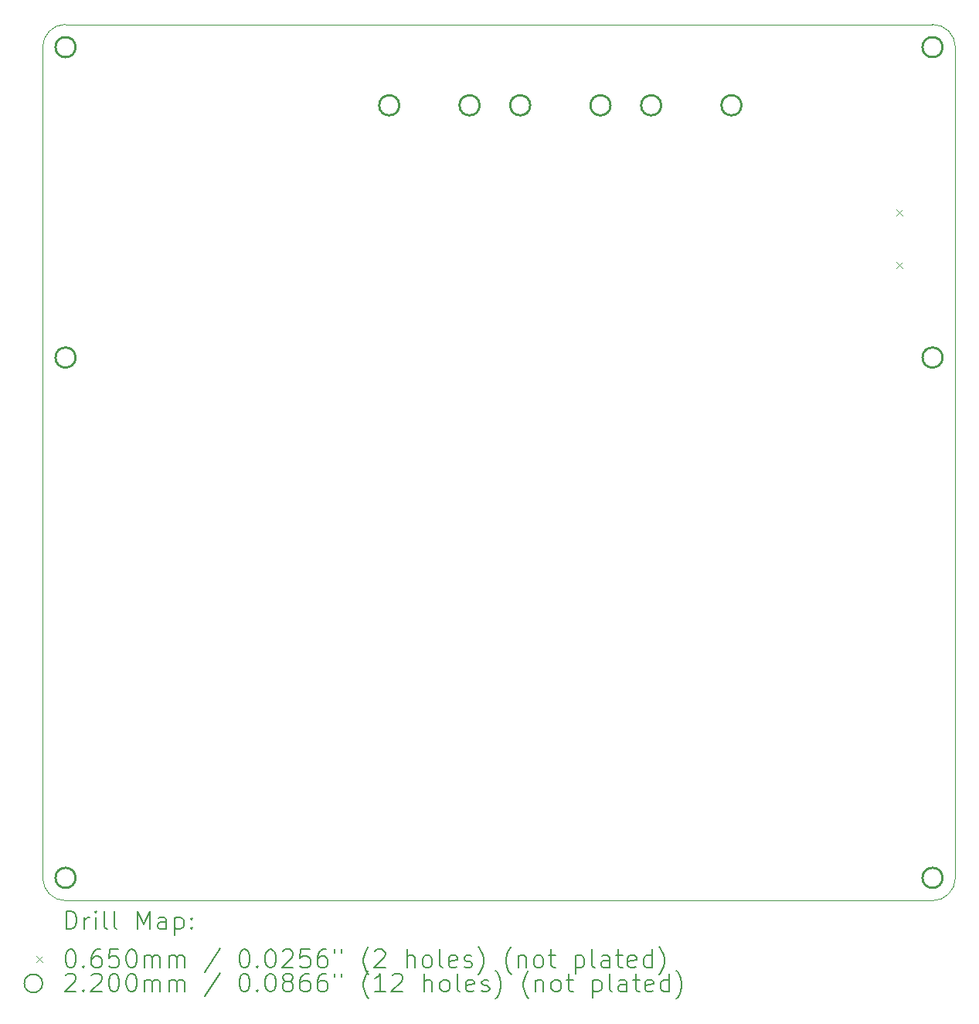
<source format=gbr>
%TF.GenerationSoftware,KiCad,Pcbnew,8.0.4*%
%TF.CreationDate,2024-08-02T19:36:39-07:00*%
%TF.ProjectId,backlight,6261636b-6c69-4676-9874-2e6b69636164,rev?*%
%TF.SameCoordinates,Original*%
%TF.FileFunction,Drillmap*%
%TF.FilePolarity,Positive*%
%FSLAX45Y45*%
G04 Gerber Fmt 4.5, Leading zero omitted, Abs format (unit mm)*
G04 Created by KiCad (PCBNEW 8.0.4) date 2024-08-02 19:36:39*
%MOMM*%
%LPD*%
G01*
G04 APERTURE LIST*
%ADD10C,0.050000*%
%ADD11C,0.200000*%
%ADD12C,0.100000*%
%ADD13C,0.220000*%
G04 APERTURE END LIST*
D10*
X8450000Y-5200000D02*
X17950000Y-5200000D01*
X17950000Y-5200000D02*
G75*
G02*
X18200000Y-5450000I0J-250000D01*
G01*
X8200000Y-5450000D02*
G75*
G02*
X8450000Y-5200000I250000J0D01*
G01*
X8450000Y-14800000D02*
G75*
G02*
X8200000Y-14550000I0J250000D01*
G01*
X8200000Y-14550000D02*
X8200000Y-5450000D01*
X17950000Y-14800000D02*
X8450000Y-14800000D01*
X18200000Y-5450000D02*
X18200000Y-14550000D01*
X18200000Y-14550000D02*
G75*
G02*
X17950000Y-14800000I-250000J0D01*
G01*
D11*
D12*
X17557000Y-7228500D02*
X17622000Y-7293500D01*
X17622000Y-7228500D02*
X17557000Y-7293500D01*
X17557000Y-7806500D02*
X17622000Y-7871500D01*
X17622000Y-7806500D02*
X17557000Y-7871500D01*
D13*
X8560000Y-5450000D02*
G75*
G02*
X8340000Y-5450000I-110000J0D01*
G01*
X8340000Y-5450000D02*
G75*
G02*
X8560000Y-5450000I110000J0D01*
G01*
X8560000Y-8850000D02*
G75*
G02*
X8340000Y-8850000I-110000J0D01*
G01*
X8340000Y-8850000D02*
G75*
G02*
X8560000Y-8850000I110000J0D01*
G01*
X8560000Y-14550000D02*
G75*
G02*
X8340000Y-14550000I-110000J0D01*
G01*
X8340000Y-14550000D02*
G75*
G02*
X8560000Y-14550000I110000J0D01*
G01*
X12106784Y-6087000D02*
G75*
G02*
X11886784Y-6087000I-110000J0D01*
G01*
X11886784Y-6087000D02*
G75*
G02*
X12106784Y-6087000I110000J0D01*
G01*
X12986784Y-6087000D02*
G75*
G02*
X12766784Y-6087000I-110000J0D01*
G01*
X12766784Y-6087000D02*
G75*
G02*
X12986784Y-6087000I110000J0D01*
G01*
X13541784Y-6087000D02*
G75*
G02*
X13321784Y-6087000I-110000J0D01*
G01*
X13321784Y-6087000D02*
G75*
G02*
X13541784Y-6087000I110000J0D01*
G01*
X14421784Y-6087000D02*
G75*
G02*
X14201784Y-6087000I-110000J0D01*
G01*
X14201784Y-6087000D02*
G75*
G02*
X14421784Y-6087000I110000J0D01*
G01*
X14976784Y-6087000D02*
G75*
G02*
X14756784Y-6087000I-110000J0D01*
G01*
X14756784Y-6087000D02*
G75*
G02*
X14976784Y-6087000I110000J0D01*
G01*
X15856784Y-6087000D02*
G75*
G02*
X15636784Y-6087000I-110000J0D01*
G01*
X15636784Y-6087000D02*
G75*
G02*
X15856784Y-6087000I110000J0D01*
G01*
X18060000Y-5450000D02*
G75*
G02*
X17840000Y-5450000I-110000J0D01*
G01*
X17840000Y-5450000D02*
G75*
G02*
X18060000Y-5450000I110000J0D01*
G01*
X18060000Y-8850000D02*
G75*
G02*
X17840000Y-8850000I-110000J0D01*
G01*
X17840000Y-8850000D02*
G75*
G02*
X18060000Y-8850000I110000J0D01*
G01*
X18060000Y-14550000D02*
G75*
G02*
X17840000Y-14550000I-110000J0D01*
G01*
X17840000Y-14550000D02*
G75*
G02*
X18060000Y-14550000I110000J0D01*
G01*
D11*
X8458277Y-15113984D02*
X8458277Y-14913984D01*
X8458277Y-14913984D02*
X8505896Y-14913984D01*
X8505896Y-14913984D02*
X8534467Y-14923508D01*
X8534467Y-14923508D02*
X8553515Y-14942555D01*
X8553515Y-14942555D02*
X8563039Y-14961603D01*
X8563039Y-14961603D02*
X8572563Y-14999698D01*
X8572563Y-14999698D02*
X8572563Y-15028269D01*
X8572563Y-15028269D02*
X8563039Y-15066365D01*
X8563039Y-15066365D02*
X8553515Y-15085412D01*
X8553515Y-15085412D02*
X8534467Y-15104460D01*
X8534467Y-15104460D02*
X8505896Y-15113984D01*
X8505896Y-15113984D02*
X8458277Y-15113984D01*
X8658277Y-15113984D02*
X8658277Y-14980650D01*
X8658277Y-15018746D02*
X8667801Y-14999698D01*
X8667801Y-14999698D02*
X8677324Y-14990174D01*
X8677324Y-14990174D02*
X8696372Y-14980650D01*
X8696372Y-14980650D02*
X8715420Y-14980650D01*
X8782086Y-15113984D02*
X8782086Y-14980650D01*
X8782086Y-14913984D02*
X8772563Y-14923508D01*
X8772563Y-14923508D02*
X8782086Y-14933031D01*
X8782086Y-14933031D02*
X8791610Y-14923508D01*
X8791610Y-14923508D02*
X8782086Y-14913984D01*
X8782086Y-14913984D02*
X8782086Y-14933031D01*
X8905896Y-15113984D02*
X8886848Y-15104460D01*
X8886848Y-15104460D02*
X8877324Y-15085412D01*
X8877324Y-15085412D02*
X8877324Y-14913984D01*
X9010658Y-15113984D02*
X8991610Y-15104460D01*
X8991610Y-15104460D02*
X8982086Y-15085412D01*
X8982086Y-15085412D02*
X8982086Y-14913984D01*
X9239229Y-15113984D02*
X9239229Y-14913984D01*
X9239229Y-14913984D02*
X9305896Y-15056841D01*
X9305896Y-15056841D02*
X9372563Y-14913984D01*
X9372563Y-14913984D02*
X9372563Y-15113984D01*
X9553515Y-15113984D02*
X9553515Y-15009222D01*
X9553515Y-15009222D02*
X9543991Y-14990174D01*
X9543991Y-14990174D02*
X9524944Y-14980650D01*
X9524944Y-14980650D02*
X9486848Y-14980650D01*
X9486848Y-14980650D02*
X9467801Y-14990174D01*
X9553515Y-15104460D02*
X9534467Y-15113984D01*
X9534467Y-15113984D02*
X9486848Y-15113984D01*
X9486848Y-15113984D02*
X9467801Y-15104460D01*
X9467801Y-15104460D02*
X9458277Y-15085412D01*
X9458277Y-15085412D02*
X9458277Y-15066365D01*
X9458277Y-15066365D02*
X9467801Y-15047317D01*
X9467801Y-15047317D02*
X9486848Y-15037793D01*
X9486848Y-15037793D02*
X9534467Y-15037793D01*
X9534467Y-15037793D02*
X9553515Y-15028269D01*
X9648753Y-14980650D02*
X9648753Y-15180650D01*
X9648753Y-14990174D02*
X9667801Y-14980650D01*
X9667801Y-14980650D02*
X9705896Y-14980650D01*
X9705896Y-14980650D02*
X9724944Y-14990174D01*
X9724944Y-14990174D02*
X9734467Y-14999698D01*
X9734467Y-14999698D02*
X9743991Y-15018746D01*
X9743991Y-15018746D02*
X9743991Y-15075888D01*
X9743991Y-15075888D02*
X9734467Y-15094936D01*
X9734467Y-15094936D02*
X9724944Y-15104460D01*
X9724944Y-15104460D02*
X9705896Y-15113984D01*
X9705896Y-15113984D02*
X9667801Y-15113984D01*
X9667801Y-15113984D02*
X9648753Y-15104460D01*
X9829705Y-15094936D02*
X9839229Y-15104460D01*
X9839229Y-15104460D02*
X9829705Y-15113984D01*
X9829705Y-15113984D02*
X9820182Y-15104460D01*
X9820182Y-15104460D02*
X9829705Y-15094936D01*
X9829705Y-15094936D02*
X9829705Y-15113984D01*
X9829705Y-14990174D02*
X9839229Y-14999698D01*
X9839229Y-14999698D02*
X9829705Y-15009222D01*
X9829705Y-15009222D02*
X9820182Y-14999698D01*
X9820182Y-14999698D02*
X9829705Y-14990174D01*
X9829705Y-14990174D02*
X9829705Y-15009222D01*
D12*
X8132500Y-15410000D02*
X8197500Y-15475000D01*
X8197500Y-15410000D02*
X8132500Y-15475000D01*
D11*
X8496372Y-15333984D02*
X8515420Y-15333984D01*
X8515420Y-15333984D02*
X8534467Y-15343508D01*
X8534467Y-15343508D02*
X8543991Y-15353031D01*
X8543991Y-15353031D02*
X8553515Y-15372079D01*
X8553515Y-15372079D02*
X8563039Y-15410174D01*
X8563039Y-15410174D02*
X8563039Y-15457793D01*
X8563039Y-15457793D02*
X8553515Y-15495888D01*
X8553515Y-15495888D02*
X8543991Y-15514936D01*
X8543991Y-15514936D02*
X8534467Y-15524460D01*
X8534467Y-15524460D02*
X8515420Y-15533984D01*
X8515420Y-15533984D02*
X8496372Y-15533984D01*
X8496372Y-15533984D02*
X8477324Y-15524460D01*
X8477324Y-15524460D02*
X8467801Y-15514936D01*
X8467801Y-15514936D02*
X8458277Y-15495888D01*
X8458277Y-15495888D02*
X8448753Y-15457793D01*
X8448753Y-15457793D02*
X8448753Y-15410174D01*
X8448753Y-15410174D02*
X8458277Y-15372079D01*
X8458277Y-15372079D02*
X8467801Y-15353031D01*
X8467801Y-15353031D02*
X8477324Y-15343508D01*
X8477324Y-15343508D02*
X8496372Y-15333984D01*
X8648753Y-15514936D02*
X8658277Y-15524460D01*
X8658277Y-15524460D02*
X8648753Y-15533984D01*
X8648753Y-15533984D02*
X8639229Y-15524460D01*
X8639229Y-15524460D02*
X8648753Y-15514936D01*
X8648753Y-15514936D02*
X8648753Y-15533984D01*
X8829705Y-15333984D02*
X8791610Y-15333984D01*
X8791610Y-15333984D02*
X8772563Y-15343508D01*
X8772563Y-15343508D02*
X8763039Y-15353031D01*
X8763039Y-15353031D02*
X8743991Y-15381603D01*
X8743991Y-15381603D02*
X8734467Y-15419698D01*
X8734467Y-15419698D02*
X8734467Y-15495888D01*
X8734467Y-15495888D02*
X8743991Y-15514936D01*
X8743991Y-15514936D02*
X8753515Y-15524460D01*
X8753515Y-15524460D02*
X8772563Y-15533984D01*
X8772563Y-15533984D02*
X8810658Y-15533984D01*
X8810658Y-15533984D02*
X8829705Y-15524460D01*
X8829705Y-15524460D02*
X8839229Y-15514936D01*
X8839229Y-15514936D02*
X8848753Y-15495888D01*
X8848753Y-15495888D02*
X8848753Y-15448269D01*
X8848753Y-15448269D02*
X8839229Y-15429222D01*
X8839229Y-15429222D02*
X8829705Y-15419698D01*
X8829705Y-15419698D02*
X8810658Y-15410174D01*
X8810658Y-15410174D02*
X8772563Y-15410174D01*
X8772563Y-15410174D02*
X8753515Y-15419698D01*
X8753515Y-15419698D02*
X8743991Y-15429222D01*
X8743991Y-15429222D02*
X8734467Y-15448269D01*
X9029705Y-15333984D02*
X8934467Y-15333984D01*
X8934467Y-15333984D02*
X8924944Y-15429222D01*
X8924944Y-15429222D02*
X8934467Y-15419698D01*
X8934467Y-15419698D02*
X8953515Y-15410174D01*
X8953515Y-15410174D02*
X9001134Y-15410174D01*
X9001134Y-15410174D02*
X9020182Y-15419698D01*
X9020182Y-15419698D02*
X9029705Y-15429222D01*
X9029705Y-15429222D02*
X9039229Y-15448269D01*
X9039229Y-15448269D02*
X9039229Y-15495888D01*
X9039229Y-15495888D02*
X9029705Y-15514936D01*
X9029705Y-15514936D02*
X9020182Y-15524460D01*
X9020182Y-15524460D02*
X9001134Y-15533984D01*
X9001134Y-15533984D02*
X8953515Y-15533984D01*
X8953515Y-15533984D02*
X8934467Y-15524460D01*
X8934467Y-15524460D02*
X8924944Y-15514936D01*
X9163039Y-15333984D02*
X9182086Y-15333984D01*
X9182086Y-15333984D02*
X9201134Y-15343508D01*
X9201134Y-15343508D02*
X9210658Y-15353031D01*
X9210658Y-15353031D02*
X9220182Y-15372079D01*
X9220182Y-15372079D02*
X9229705Y-15410174D01*
X9229705Y-15410174D02*
X9229705Y-15457793D01*
X9229705Y-15457793D02*
X9220182Y-15495888D01*
X9220182Y-15495888D02*
X9210658Y-15514936D01*
X9210658Y-15514936D02*
X9201134Y-15524460D01*
X9201134Y-15524460D02*
X9182086Y-15533984D01*
X9182086Y-15533984D02*
X9163039Y-15533984D01*
X9163039Y-15533984D02*
X9143991Y-15524460D01*
X9143991Y-15524460D02*
X9134467Y-15514936D01*
X9134467Y-15514936D02*
X9124944Y-15495888D01*
X9124944Y-15495888D02*
X9115420Y-15457793D01*
X9115420Y-15457793D02*
X9115420Y-15410174D01*
X9115420Y-15410174D02*
X9124944Y-15372079D01*
X9124944Y-15372079D02*
X9134467Y-15353031D01*
X9134467Y-15353031D02*
X9143991Y-15343508D01*
X9143991Y-15343508D02*
X9163039Y-15333984D01*
X9315420Y-15533984D02*
X9315420Y-15400650D01*
X9315420Y-15419698D02*
X9324944Y-15410174D01*
X9324944Y-15410174D02*
X9343991Y-15400650D01*
X9343991Y-15400650D02*
X9372563Y-15400650D01*
X9372563Y-15400650D02*
X9391610Y-15410174D01*
X9391610Y-15410174D02*
X9401134Y-15429222D01*
X9401134Y-15429222D02*
X9401134Y-15533984D01*
X9401134Y-15429222D02*
X9410658Y-15410174D01*
X9410658Y-15410174D02*
X9429705Y-15400650D01*
X9429705Y-15400650D02*
X9458277Y-15400650D01*
X9458277Y-15400650D02*
X9477325Y-15410174D01*
X9477325Y-15410174D02*
X9486848Y-15429222D01*
X9486848Y-15429222D02*
X9486848Y-15533984D01*
X9582086Y-15533984D02*
X9582086Y-15400650D01*
X9582086Y-15419698D02*
X9591610Y-15410174D01*
X9591610Y-15410174D02*
X9610658Y-15400650D01*
X9610658Y-15400650D02*
X9639229Y-15400650D01*
X9639229Y-15400650D02*
X9658277Y-15410174D01*
X9658277Y-15410174D02*
X9667801Y-15429222D01*
X9667801Y-15429222D02*
X9667801Y-15533984D01*
X9667801Y-15429222D02*
X9677325Y-15410174D01*
X9677325Y-15410174D02*
X9696372Y-15400650D01*
X9696372Y-15400650D02*
X9724944Y-15400650D01*
X9724944Y-15400650D02*
X9743991Y-15410174D01*
X9743991Y-15410174D02*
X9753515Y-15429222D01*
X9753515Y-15429222D02*
X9753515Y-15533984D01*
X10143991Y-15324460D02*
X9972563Y-15581603D01*
X10401134Y-15333984D02*
X10420182Y-15333984D01*
X10420182Y-15333984D02*
X10439229Y-15343508D01*
X10439229Y-15343508D02*
X10448753Y-15353031D01*
X10448753Y-15353031D02*
X10458277Y-15372079D01*
X10458277Y-15372079D02*
X10467801Y-15410174D01*
X10467801Y-15410174D02*
X10467801Y-15457793D01*
X10467801Y-15457793D02*
X10458277Y-15495888D01*
X10458277Y-15495888D02*
X10448753Y-15514936D01*
X10448753Y-15514936D02*
X10439229Y-15524460D01*
X10439229Y-15524460D02*
X10420182Y-15533984D01*
X10420182Y-15533984D02*
X10401134Y-15533984D01*
X10401134Y-15533984D02*
X10382087Y-15524460D01*
X10382087Y-15524460D02*
X10372563Y-15514936D01*
X10372563Y-15514936D02*
X10363039Y-15495888D01*
X10363039Y-15495888D02*
X10353515Y-15457793D01*
X10353515Y-15457793D02*
X10353515Y-15410174D01*
X10353515Y-15410174D02*
X10363039Y-15372079D01*
X10363039Y-15372079D02*
X10372563Y-15353031D01*
X10372563Y-15353031D02*
X10382087Y-15343508D01*
X10382087Y-15343508D02*
X10401134Y-15333984D01*
X10553515Y-15514936D02*
X10563039Y-15524460D01*
X10563039Y-15524460D02*
X10553515Y-15533984D01*
X10553515Y-15533984D02*
X10543991Y-15524460D01*
X10543991Y-15524460D02*
X10553515Y-15514936D01*
X10553515Y-15514936D02*
X10553515Y-15533984D01*
X10686848Y-15333984D02*
X10705896Y-15333984D01*
X10705896Y-15333984D02*
X10724944Y-15343508D01*
X10724944Y-15343508D02*
X10734468Y-15353031D01*
X10734468Y-15353031D02*
X10743991Y-15372079D01*
X10743991Y-15372079D02*
X10753515Y-15410174D01*
X10753515Y-15410174D02*
X10753515Y-15457793D01*
X10753515Y-15457793D02*
X10743991Y-15495888D01*
X10743991Y-15495888D02*
X10734468Y-15514936D01*
X10734468Y-15514936D02*
X10724944Y-15524460D01*
X10724944Y-15524460D02*
X10705896Y-15533984D01*
X10705896Y-15533984D02*
X10686848Y-15533984D01*
X10686848Y-15533984D02*
X10667801Y-15524460D01*
X10667801Y-15524460D02*
X10658277Y-15514936D01*
X10658277Y-15514936D02*
X10648753Y-15495888D01*
X10648753Y-15495888D02*
X10639229Y-15457793D01*
X10639229Y-15457793D02*
X10639229Y-15410174D01*
X10639229Y-15410174D02*
X10648753Y-15372079D01*
X10648753Y-15372079D02*
X10658277Y-15353031D01*
X10658277Y-15353031D02*
X10667801Y-15343508D01*
X10667801Y-15343508D02*
X10686848Y-15333984D01*
X10829706Y-15353031D02*
X10839229Y-15343508D01*
X10839229Y-15343508D02*
X10858277Y-15333984D01*
X10858277Y-15333984D02*
X10905896Y-15333984D01*
X10905896Y-15333984D02*
X10924944Y-15343508D01*
X10924944Y-15343508D02*
X10934468Y-15353031D01*
X10934468Y-15353031D02*
X10943991Y-15372079D01*
X10943991Y-15372079D02*
X10943991Y-15391127D01*
X10943991Y-15391127D02*
X10934468Y-15419698D01*
X10934468Y-15419698D02*
X10820182Y-15533984D01*
X10820182Y-15533984D02*
X10943991Y-15533984D01*
X11124944Y-15333984D02*
X11029706Y-15333984D01*
X11029706Y-15333984D02*
X11020182Y-15429222D01*
X11020182Y-15429222D02*
X11029706Y-15419698D01*
X11029706Y-15419698D02*
X11048753Y-15410174D01*
X11048753Y-15410174D02*
X11096372Y-15410174D01*
X11096372Y-15410174D02*
X11115420Y-15419698D01*
X11115420Y-15419698D02*
X11124944Y-15429222D01*
X11124944Y-15429222D02*
X11134468Y-15448269D01*
X11134468Y-15448269D02*
X11134468Y-15495888D01*
X11134468Y-15495888D02*
X11124944Y-15514936D01*
X11124944Y-15514936D02*
X11115420Y-15524460D01*
X11115420Y-15524460D02*
X11096372Y-15533984D01*
X11096372Y-15533984D02*
X11048753Y-15533984D01*
X11048753Y-15533984D02*
X11029706Y-15524460D01*
X11029706Y-15524460D02*
X11020182Y-15514936D01*
X11305896Y-15333984D02*
X11267801Y-15333984D01*
X11267801Y-15333984D02*
X11248753Y-15343508D01*
X11248753Y-15343508D02*
X11239229Y-15353031D01*
X11239229Y-15353031D02*
X11220182Y-15381603D01*
X11220182Y-15381603D02*
X11210658Y-15419698D01*
X11210658Y-15419698D02*
X11210658Y-15495888D01*
X11210658Y-15495888D02*
X11220182Y-15514936D01*
X11220182Y-15514936D02*
X11229706Y-15524460D01*
X11229706Y-15524460D02*
X11248753Y-15533984D01*
X11248753Y-15533984D02*
X11286848Y-15533984D01*
X11286848Y-15533984D02*
X11305896Y-15524460D01*
X11305896Y-15524460D02*
X11315420Y-15514936D01*
X11315420Y-15514936D02*
X11324944Y-15495888D01*
X11324944Y-15495888D02*
X11324944Y-15448269D01*
X11324944Y-15448269D02*
X11315420Y-15429222D01*
X11315420Y-15429222D02*
X11305896Y-15419698D01*
X11305896Y-15419698D02*
X11286848Y-15410174D01*
X11286848Y-15410174D02*
X11248753Y-15410174D01*
X11248753Y-15410174D02*
X11229706Y-15419698D01*
X11229706Y-15419698D02*
X11220182Y-15429222D01*
X11220182Y-15429222D02*
X11210658Y-15448269D01*
X11401134Y-15333984D02*
X11401134Y-15372079D01*
X11477325Y-15333984D02*
X11477325Y-15372079D01*
X11772563Y-15610174D02*
X11763039Y-15600650D01*
X11763039Y-15600650D02*
X11743991Y-15572079D01*
X11743991Y-15572079D02*
X11734468Y-15553031D01*
X11734468Y-15553031D02*
X11724944Y-15524460D01*
X11724944Y-15524460D02*
X11715420Y-15476841D01*
X11715420Y-15476841D02*
X11715420Y-15438746D01*
X11715420Y-15438746D02*
X11724944Y-15391127D01*
X11724944Y-15391127D02*
X11734468Y-15362555D01*
X11734468Y-15362555D02*
X11743991Y-15343508D01*
X11743991Y-15343508D02*
X11763039Y-15314936D01*
X11763039Y-15314936D02*
X11772563Y-15305412D01*
X11839229Y-15353031D02*
X11848753Y-15343508D01*
X11848753Y-15343508D02*
X11867801Y-15333984D01*
X11867801Y-15333984D02*
X11915420Y-15333984D01*
X11915420Y-15333984D02*
X11934468Y-15343508D01*
X11934468Y-15343508D02*
X11943991Y-15353031D01*
X11943991Y-15353031D02*
X11953515Y-15372079D01*
X11953515Y-15372079D02*
X11953515Y-15391127D01*
X11953515Y-15391127D02*
X11943991Y-15419698D01*
X11943991Y-15419698D02*
X11829706Y-15533984D01*
X11829706Y-15533984D02*
X11953515Y-15533984D01*
X12191610Y-15533984D02*
X12191610Y-15333984D01*
X12277325Y-15533984D02*
X12277325Y-15429222D01*
X12277325Y-15429222D02*
X12267801Y-15410174D01*
X12267801Y-15410174D02*
X12248753Y-15400650D01*
X12248753Y-15400650D02*
X12220182Y-15400650D01*
X12220182Y-15400650D02*
X12201134Y-15410174D01*
X12201134Y-15410174D02*
X12191610Y-15419698D01*
X12401134Y-15533984D02*
X12382087Y-15524460D01*
X12382087Y-15524460D02*
X12372563Y-15514936D01*
X12372563Y-15514936D02*
X12363039Y-15495888D01*
X12363039Y-15495888D02*
X12363039Y-15438746D01*
X12363039Y-15438746D02*
X12372563Y-15419698D01*
X12372563Y-15419698D02*
X12382087Y-15410174D01*
X12382087Y-15410174D02*
X12401134Y-15400650D01*
X12401134Y-15400650D02*
X12429706Y-15400650D01*
X12429706Y-15400650D02*
X12448753Y-15410174D01*
X12448753Y-15410174D02*
X12458277Y-15419698D01*
X12458277Y-15419698D02*
X12467801Y-15438746D01*
X12467801Y-15438746D02*
X12467801Y-15495888D01*
X12467801Y-15495888D02*
X12458277Y-15514936D01*
X12458277Y-15514936D02*
X12448753Y-15524460D01*
X12448753Y-15524460D02*
X12429706Y-15533984D01*
X12429706Y-15533984D02*
X12401134Y-15533984D01*
X12582087Y-15533984D02*
X12563039Y-15524460D01*
X12563039Y-15524460D02*
X12553515Y-15505412D01*
X12553515Y-15505412D02*
X12553515Y-15333984D01*
X12734468Y-15524460D02*
X12715420Y-15533984D01*
X12715420Y-15533984D02*
X12677325Y-15533984D01*
X12677325Y-15533984D02*
X12658277Y-15524460D01*
X12658277Y-15524460D02*
X12648753Y-15505412D01*
X12648753Y-15505412D02*
X12648753Y-15429222D01*
X12648753Y-15429222D02*
X12658277Y-15410174D01*
X12658277Y-15410174D02*
X12677325Y-15400650D01*
X12677325Y-15400650D02*
X12715420Y-15400650D01*
X12715420Y-15400650D02*
X12734468Y-15410174D01*
X12734468Y-15410174D02*
X12743991Y-15429222D01*
X12743991Y-15429222D02*
X12743991Y-15448269D01*
X12743991Y-15448269D02*
X12648753Y-15467317D01*
X12820182Y-15524460D02*
X12839230Y-15533984D01*
X12839230Y-15533984D02*
X12877325Y-15533984D01*
X12877325Y-15533984D02*
X12896372Y-15524460D01*
X12896372Y-15524460D02*
X12905896Y-15505412D01*
X12905896Y-15505412D02*
X12905896Y-15495888D01*
X12905896Y-15495888D02*
X12896372Y-15476841D01*
X12896372Y-15476841D02*
X12877325Y-15467317D01*
X12877325Y-15467317D02*
X12848753Y-15467317D01*
X12848753Y-15467317D02*
X12829706Y-15457793D01*
X12829706Y-15457793D02*
X12820182Y-15438746D01*
X12820182Y-15438746D02*
X12820182Y-15429222D01*
X12820182Y-15429222D02*
X12829706Y-15410174D01*
X12829706Y-15410174D02*
X12848753Y-15400650D01*
X12848753Y-15400650D02*
X12877325Y-15400650D01*
X12877325Y-15400650D02*
X12896372Y-15410174D01*
X12972563Y-15610174D02*
X12982087Y-15600650D01*
X12982087Y-15600650D02*
X13001134Y-15572079D01*
X13001134Y-15572079D02*
X13010658Y-15553031D01*
X13010658Y-15553031D02*
X13020182Y-15524460D01*
X13020182Y-15524460D02*
X13029706Y-15476841D01*
X13029706Y-15476841D02*
X13029706Y-15438746D01*
X13029706Y-15438746D02*
X13020182Y-15391127D01*
X13020182Y-15391127D02*
X13010658Y-15362555D01*
X13010658Y-15362555D02*
X13001134Y-15343508D01*
X13001134Y-15343508D02*
X12982087Y-15314936D01*
X12982087Y-15314936D02*
X12972563Y-15305412D01*
X13334468Y-15610174D02*
X13324944Y-15600650D01*
X13324944Y-15600650D02*
X13305896Y-15572079D01*
X13305896Y-15572079D02*
X13296372Y-15553031D01*
X13296372Y-15553031D02*
X13286849Y-15524460D01*
X13286849Y-15524460D02*
X13277325Y-15476841D01*
X13277325Y-15476841D02*
X13277325Y-15438746D01*
X13277325Y-15438746D02*
X13286849Y-15391127D01*
X13286849Y-15391127D02*
X13296372Y-15362555D01*
X13296372Y-15362555D02*
X13305896Y-15343508D01*
X13305896Y-15343508D02*
X13324944Y-15314936D01*
X13324944Y-15314936D02*
X13334468Y-15305412D01*
X13410658Y-15400650D02*
X13410658Y-15533984D01*
X13410658Y-15419698D02*
X13420182Y-15410174D01*
X13420182Y-15410174D02*
X13439230Y-15400650D01*
X13439230Y-15400650D02*
X13467801Y-15400650D01*
X13467801Y-15400650D02*
X13486849Y-15410174D01*
X13486849Y-15410174D02*
X13496372Y-15429222D01*
X13496372Y-15429222D02*
X13496372Y-15533984D01*
X13620182Y-15533984D02*
X13601134Y-15524460D01*
X13601134Y-15524460D02*
X13591611Y-15514936D01*
X13591611Y-15514936D02*
X13582087Y-15495888D01*
X13582087Y-15495888D02*
X13582087Y-15438746D01*
X13582087Y-15438746D02*
X13591611Y-15419698D01*
X13591611Y-15419698D02*
X13601134Y-15410174D01*
X13601134Y-15410174D02*
X13620182Y-15400650D01*
X13620182Y-15400650D02*
X13648753Y-15400650D01*
X13648753Y-15400650D02*
X13667801Y-15410174D01*
X13667801Y-15410174D02*
X13677325Y-15419698D01*
X13677325Y-15419698D02*
X13686849Y-15438746D01*
X13686849Y-15438746D02*
X13686849Y-15495888D01*
X13686849Y-15495888D02*
X13677325Y-15514936D01*
X13677325Y-15514936D02*
X13667801Y-15524460D01*
X13667801Y-15524460D02*
X13648753Y-15533984D01*
X13648753Y-15533984D02*
X13620182Y-15533984D01*
X13743992Y-15400650D02*
X13820182Y-15400650D01*
X13772563Y-15333984D02*
X13772563Y-15505412D01*
X13772563Y-15505412D02*
X13782087Y-15524460D01*
X13782087Y-15524460D02*
X13801134Y-15533984D01*
X13801134Y-15533984D02*
X13820182Y-15533984D01*
X14039230Y-15400650D02*
X14039230Y-15600650D01*
X14039230Y-15410174D02*
X14058277Y-15400650D01*
X14058277Y-15400650D02*
X14096373Y-15400650D01*
X14096373Y-15400650D02*
X14115420Y-15410174D01*
X14115420Y-15410174D02*
X14124944Y-15419698D01*
X14124944Y-15419698D02*
X14134468Y-15438746D01*
X14134468Y-15438746D02*
X14134468Y-15495888D01*
X14134468Y-15495888D02*
X14124944Y-15514936D01*
X14124944Y-15514936D02*
X14115420Y-15524460D01*
X14115420Y-15524460D02*
X14096373Y-15533984D01*
X14096373Y-15533984D02*
X14058277Y-15533984D01*
X14058277Y-15533984D02*
X14039230Y-15524460D01*
X14248753Y-15533984D02*
X14229706Y-15524460D01*
X14229706Y-15524460D02*
X14220182Y-15505412D01*
X14220182Y-15505412D02*
X14220182Y-15333984D01*
X14410658Y-15533984D02*
X14410658Y-15429222D01*
X14410658Y-15429222D02*
X14401134Y-15410174D01*
X14401134Y-15410174D02*
X14382087Y-15400650D01*
X14382087Y-15400650D02*
X14343992Y-15400650D01*
X14343992Y-15400650D02*
X14324944Y-15410174D01*
X14410658Y-15524460D02*
X14391611Y-15533984D01*
X14391611Y-15533984D02*
X14343992Y-15533984D01*
X14343992Y-15533984D02*
X14324944Y-15524460D01*
X14324944Y-15524460D02*
X14315420Y-15505412D01*
X14315420Y-15505412D02*
X14315420Y-15486365D01*
X14315420Y-15486365D02*
X14324944Y-15467317D01*
X14324944Y-15467317D02*
X14343992Y-15457793D01*
X14343992Y-15457793D02*
X14391611Y-15457793D01*
X14391611Y-15457793D02*
X14410658Y-15448269D01*
X14477325Y-15400650D02*
X14553515Y-15400650D01*
X14505896Y-15333984D02*
X14505896Y-15505412D01*
X14505896Y-15505412D02*
X14515420Y-15524460D01*
X14515420Y-15524460D02*
X14534468Y-15533984D01*
X14534468Y-15533984D02*
X14553515Y-15533984D01*
X14696373Y-15524460D02*
X14677325Y-15533984D01*
X14677325Y-15533984D02*
X14639230Y-15533984D01*
X14639230Y-15533984D02*
X14620182Y-15524460D01*
X14620182Y-15524460D02*
X14610658Y-15505412D01*
X14610658Y-15505412D02*
X14610658Y-15429222D01*
X14610658Y-15429222D02*
X14620182Y-15410174D01*
X14620182Y-15410174D02*
X14639230Y-15400650D01*
X14639230Y-15400650D02*
X14677325Y-15400650D01*
X14677325Y-15400650D02*
X14696373Y-15410174D01*
X14696373Y-15410174D02*
X14705896Y-15429222D01*
X14705896Y-15429222D02*
X14705896Y-15448269D01*
X14705896Y-15448269D02*
X14610658Y-15467317D01*
X14877325Y-15533984D02*
X14877325Y-15333984D01*
X14877325Y-15524460D02*
X14858277Y-15533984D01*
X14858277Y-15533984D02*
X14820182Y-15533984D01*
X14820182Y-15533984D02*
X14801134Y-15524460D01*
X14801134Y-15524460D02*
X14791611Y-15514936D01*
X14791611Y-15514936D02*
X14782087Y-15495888D01*
X14782087Y-15495888D02*
X14782087Y-15438746D01*
X14782087Y-15438746D02*
X14791611Y-15419698D01*
X14791611Y-15419698D02*
X14801134Y-15410174D01*
X14801134Y-15410174D02*
X14820182Y-15400650D01*
X14820182Y-15400650D02*
X14858277Y-15400650D01*
X14858277Y-15400650D02*
X14877325Y-15410174D01*
X14953515Y-15610174D02*
X14963039Y-15600650D01*
X14963039Y-15600650D02*
X14982087Y-15572079D01*
X14982087Y-15572079D02*
X14991611Y-15553031D01*
X14991611Y-15553031D02*
X15001134Y-15524460D01*
X15001134Y-15524460D02*
X15010658Y-15476841D01*
X15010658Y-15476841D02*
X15010658Y-15438746D01*
X15010658Y-15438746D02*
X15001134Y-15391127D01*
X15001134Y-15391127D02*
X14991611Y-15362555D01*
X14991611Y-15362555D02*
X14982087Y-15343508D01*
X14982087Y-15343508D02*
X14963039Y-15314936D01*
X14963039Y-15314936D02*
X14953515Y-15305412D01*
X8197500Y-15706500D02*
G75*
G02*
X7997500Y-15706500I-100000J0D01*
G01*
X7997500Y-15706500D02*
G75*
G02*
X8197500Y-15706500I100000J0D01*
G01*
X8448753Y-15617031D02*
X8458277Y-15607508D01*
X8458277Y-15607508D02*
X8477324Y-15597984D01*
X8477324Y-15597984D02*
X8524944Y-15597984D01*
X8524944Y-15597984D02*
X8543991Y-15607508D01*
X8543991Y-15607508D02*
X8553515Y-15617031D01*
X8553515Y-15617031D02*
X8563039Y-15636079D01*
X8563039Y-15636079D02*
X8563039Y-15655127D01*
X8563039Y-15655127D02*
X8553515Y-15683698D01*
X8553515Y-15683698D02*
X8439229Y-15797984D01*
X8439229Y-15797984D02*
X8563039Y-15797984D01*
X8648753Y-15778936D02*
X8658277Y-15788460D01*
X8658277Y-15788460D02*
X8648753Y-15797984D01*
X8648753Y-15797984D02*
X8639229Y-15788460D01*
X8639229Y-15788460D02*
X8648753Y-15778936D01*
X8648753Y-15778936D02*
X8648753Y-15797984D01*
X8734467Y-15617031D02*
X8743991Y-15607508D01*
X8743991Y-15607508D02*
X8763039Y-15597984D01*
X8763039Y-15597984D02*
X8810658Y-15597984D01*
X8810658Y-15597984D02*
X8829705Y-15607508D01*
X8829705Y-15607508D02*
X8839229Y-15617031D01*
X8839229Y-15617031D02*
X8848753Y-15636079D01*
X8848753Y-15636079D02*
X8848753Y-15655127D01*
X8848753Y-15655127D02*
X8839229Y-15683698D01*
X8839229Y-15683698D02*
X8724944Y-15797984D01*
X8724944Y-15797984D02*
X8848753Y-15797984D01*
X8972563Y-15597984D02*
X8991610Y-15597984D01*
X8991610Y-15597984D02*
X9010658Y-15607508D01*
X9010658Y-15607508D02*
X9020182Y-15617031D01*
X9020182Y-15617031D02*
X9029705Y-15636079D01*
X9029705Y-15636079D02*
X9039229Y-15674174D01*
X9039229Y-15674174D02*
X9039229Y-15721793D01*
X9039229Y-15721793D02*
X9029705Y-15759888D01*
X9029705Y-15759888D02*
X9020182Y-15778936D01*
X9020182Y-15778936D02*
X9010658Y-15788460D01*
X9010658Y-15788460D02*
X8991610Y-15797984D01*
X8991610Y-15797984D02*
X8972563Y-15797984D01*
X8972563Y-15797984D02*
X8953515Y-15788460D01*
X8953515Y-15788460D02*
X8943991Y-15778936D01*
X8943991Y-15778936D02*
X8934467Y-15759888D01*
X8934467Y-15759888D02*
X8924944Y-15721793D01*
X8924944Y-15721793D02*
X8924944Y-15674174D01*
X8924944Y-15674174D02*
X8934467Y-15636079D01*
X8934467Y-15636079D02*
X8943991Y-15617031D01*
X8943991Y-15617031D02*
X8953515Y-15607508D01*
X8953515Y-15607508D02*
X8972563Y-15597984D01*
X9163039Y-15597984D02*
X9182086Y-15597984D01*
X9182086Y-15597984D02*
X9201134Y-15607508D01*
X9201134Y-15607508D02*
X9210658Y-15617031D01*
X9210658Y-15617031D02*
X9220182Y-15636079D01*
X9220182Y-15636079D02*
X9229705Y-15674174D01*
X9229705Y-15674174D02*
X9229705Y-15721793D01*
X9229705Y-15721793D02*
X9220182Y-15759888D01*
X9220182Y-15759888D02*
X9210658Y-15778936D01*
X9210658Y-15778936D02*
X9201134Y-15788460D01*
X9201134Y-15788460D02*
X9182086Y-15797984D01*
X9182086Y-15797984D02*
X9163039Y-15797984D01*
X9163039Y-15797984D02*
X9143991Y-15788460D01*
X9143991Y-15788460D02*
X9134467Y-15778936D01*
X9134467Y-15778936D02*
X9124944Y-15759888D01*
X9124944Y-15759888D02*
X9115420Y-15721793D01*
X9115420Y-15721793D02*
X9115420Y-15674174D01*
X9115420Y-15674174D02*
X9124944Y-15636079D01*
X9124944Y-15636079D02*
X9134467Y-15617031D01*
X9134467Y-15617031D02*
X9143991Y-15607508D01*
X9143991Y-15607508D02*
X9163039Y-15597984D01*
X9315420Y-15797984D02*
X9315420Y-15664650D01*
X9315420Y-15683698D02*
X9324944Y-15674174D01*
X9324944Y-15674174D02*
X9343991Y-15664650D01*
X9343991Y-15664650D02*
X9372563Y-15664650D01*
X9372563Y-15664650D02*
X9391610Y-15674174D01*
X9391610Y-15674174D02*
X9401134Y-15693222D01*
X9401134Y-15693222D02*
X9401134Y-15797984D01*
X9401134Y-15693222D02*
X9410658Y-15674174D01*
X9410658Y-15674174D02*
X9429705Y-15664650D01*
X9429705Y-15664650D02*
X9458277Y-15664650D01*
X9458277Y-15664650D02*
X9477325Y-15674174D01*
X9477325Y-15674174D02*
X9486848Y-15693222D01*
X9486848Y-15693222D02*
X9486848Y-15797984D01*
X9582086Y-15797984D02*
X9582086Y-15664650D01*
X9582086Y-15683698D02*
X9591610Y-15674174D01*
X9591610Y-15674174D02*
X9610658Y-15664650D01*
X9610658Y-15664650D02*
X9639229Y-15664650D01*
X9639229Y-15664650D02*
X9658277Y-15674174D01*
X9658277Y-15674174D02*
X9667801Y-15693222D01*
X9667801Y-15693222D02*
X9667801Y-15797984D01*
X9667801Y-15693222D02*
X9677325Y-15674174D01*
X9677325Y-15674174D02*
X9696372Y-15664650D01*
X9696372Y-15664650D02*
X9724944Y-15664650D01*
X9724944Y-15664650D02*
X9743991Y-15674174D01*
X9743991Y-15674174D02*
X9753515Y-15693222D01*
X9753515Y-15693222D02*
X9753515Y-15797984D01*
X10143991Y-15588460D02*
X9972563Y-15845603D01*
X10401134Y-15597984D02*
X10420182Y-15597984D01*
X10420182Y-15597984D02*
X10439229Y-15607508D01*
X10439229Y-15607508D02*
X10448753Y-15617031D01*
X10448753Y-15617031D02*
X10458277Y-15636079D01*
X10458277Y-15636079D02*
X10467801Y-15674174D01*
X10467801Y-15674174D02*
X10467801Y-15721793D01*
X10467801Y-15721793D02*
X10458277Y-15759888D01*
X10458277Y-15759888D02*
X10448753Y-15778936D01*
X10448753Y-15778936D02*
X10439229Y-15788460D01*
X10439229Y-15788460D02*
X10420182Y-15797984D01*
X10420182Y-15797984D02*
X10401134Y-15797984D01*
X10401134Y-15797984D02*
X10382087Y-15788460D01*
X10382087Y-15788460D02*
X10372563Y-15778936D01*
X10372563Y-15778936D02*
X10363039Y-15759888D01*
X10363039Y-15759888D02*
X10353515Y-15721793D01*
X10353515Y-15721793D02*
X10353515Y-15674174D01*
X10353515Y-15674174D02*
X10363039Y-15636079D01*
X10363039Y-15636079D02*
X10372563Y-15617031D01*
X10372563Y-15617031D02*
X10382087Y-15607508D01*
X10382087Y-15607508D02*
X10401134Y-15597984D01*
X10553515Y-15778936D02*
X10563039Y-15788460D01*
X10563039Y-15788460D02*
X10553515Y-15797984D01*
X10553515Y-15797984D02*
X10543991Y-15788460D01*
X10543991Y-15788460D02*
X10553515Y-15778936D01*
X10553515Y-15778936D02*
X10553515Y-15797984D01*
X10686848Y-15597984D02*
X10705896Y-15597984D01*
X10705896Y-15597984D02*
X10724944Y-15607508D01*
X10724944Y-15607508D02*
X10734468Y-15617031D01*
X10734468Y-15617031D02*
X10743991Y-15636079D01*
X10743991Y-15636079D02*
X10753515Y-15674174D01*
X10753515Y-15674174D02*
X10753515Y-15721793D01*
X10753515Y-15721793D02*
X10743991Y-15759888D01*
X10743991Y-15759888D02*
X10734468Y-15778936D01*
X10734468Y-15778936D02*
X10724944Y-15788460D01*
X10724944Y-15788460D02*
X10705896Y-15797984D01*
X10705896Y-15797984D02*
X10686848Y-15797984D01*
X10686848Y-15797984D02*
X10667801Y-15788460D01*
X10667801Y-15788460D02*
X10658277Y-15778936D01*
X10658277Y-15778936D02*
X10648753Y-15759888D01*
X10648753Y-15759888D02*
X10639229Y-15721793D01*
X10639229Y-15721793D02*
X10639229Y-15674174D01*
X10639229Y-15674174D02*
X10648753Y-15636079D01*
X10648753Y-15636079D02*
X10658277Y-15617031D01*
X10658277Y-15617031D02*
X10667801Y-15607508D01*
X10667801Y-15607508D02*
X10686848Y-15597984D01*
X10867801Y-15683698D02*
X10848753Y-15674174D01*
X10848753Y-15674174D02*
X10839229Y-15664650D01*
X10839229Y-15664650D02*
X10829706Y-15645603D01*
X10829706Y-15645603D02*
X10829706Y-15636079D01*
X10829706Y-15636079D02*
X10839229Y-15617031D01*
X10839229Y-15617031D02*
X10848753Y-15607508D01*
X10848753Y-15607508D02*
X10867801Y-15597984D01*
X10867801Y-15597984D02*
X10905896Y-15597984D01*
X10905896Y-15597984D02*
X10924944Y-15607508D01*
X10924944Y-15607508D02*
X10934468Y-15617031D01*
X10934468Y-15617031D02*
X10943991Y-15636079D01*
X10943991Y-15636079D02*
X10943991Y-15645603D01*
X10943991Y-15645603D02*
X10934468Y-15664650D01*
X10934468Y-15664650D02*
X10924944Y-15674174D01*
X10924944Y-15674174D02*
X10905896Y-15683698D01*
X10905896Y-15683698D02*
X10867801Y-15683698D01*
X10867801Y-15683698D02*
X10848753Y-15693222D01*
X10848753Y-15693222D02*
X10839229Y-15702746D01*
X10839229Y-15702746D02*
X10829706Y-15721793D01*
X10829706Y-15721793D02*
X10829706Y-15759888D01*
X10829706Y-15759888D02*
X10839229Y-15778936D01*
X10839229Y-15778936D02*
X10848753Y-15788460D01*
X10848753Y-15788460D02*
X10867801Y-15797984D01*
X10867801Y-15797984D02*
X10905896Y-15797984D01*
X10905896Y-15797984D02*
X10924944Y-15788460D01*
X10924944Y-15788460D02*
X10934468Y-15778936D01*
X10934468Y-15778936D02*
X10943991Y-15759888D01*
X10943991Y-15759888D02*
X10943991Y-15721793D01*
X10943991Y-15721793D02*
X10934468Y-15702746D01*
X10934468Y-15702746D02*
X10924944Y-15693222D01*
X10924944Y-15693222D02*
X10905896Y-15683698D01*
X11115420Y-15597984D02*
X11077325Y-15597984D01*
X11077325Y-15597984D02*
X11058277Y-15607508D01*
X11058277Y-15607508D02*
X11048753Y-15617031D01*
X11048753Y-15617031D02*
X11029706Y-15645603D01*
X11029706Y-15645603D02*
X11020182Y-15683698D01*
X11020182Y-15683698D02*
X11020182Y-15759888D01*
X11020182Y-15759888D02*
X11029706Y-15778936D01*
X11029706Y-15778936D02*
X11039229Y-15788460D01*
X11039229Y-15788460D02*
X11058277Y-15797984D01*
X11058277Y-15797984D02*
X11096372Y-15797984D01*
X11096372Y-15797984D02*
X11115420Y-15788460D01*
X11115420Y-15788460D02*
X11124944Y-15778936D01*
X11124944Y-15778936D02*
X11134468Y-15759888D01*
X11134468Y-15759888D02*
X11134468Y-15712269D01*
X11134468Y-15712269D02*
X11124944Y-15693222D01*
X11124944Y-15693222D02*
X11115420Y-15683698D01*
X11115420Y-15683698D02*
X11096372Y-15674174D01*
X11096372Y-15674174D02*
X11058277Y-15674174D01*
X11058277Y-15674174D02*
X11039229Y-15683698D01*
X11039229Y-15683698D02*
X11029706Y-15693222D01*
X11029706Y-15693222D02*
X11020182Y-15712269D01*
X11305896Y-15597984D02*
X11267801Y-15597984D01*
X11267801Y-15597984D02*
X11248753Y-15607508D01*
X11248753Y-15607508D02*
X11239229Y-15617031D01*
X11239229Y-15617031D02*
X11220182Y-15645603D01*
X11220182Y-15645603D02*
X11210658Y-15683698D01*
X11210658Y-15683698D02*
X11210658Y-15759888D01*
X11210658Y-15759888D02*
X11220182Y-15778936D01*
X11220182Y-15778936D02*
X11229706Y-15788460D01*
X11229706Y-15788460D02*
X11248753Y-15797984D01*
X11248753Y-15797984D02*
X11286848Y-15797984D01*
X11286848Y-15797984D02*
X11305896Y-15788460D01*
X11305896Y-15788460D02*
X11315420Y-15778936D01*
X11315420Y-15778936D02*
X11324944Y-15759888D01*
X11324944Y-15759888D02*
X11324944Y-15712269D01*
X11324944Y-15712269D02*
X11315420Y-15693222D01*
X11315420Y-15693222D02*
X11305896Y-15683698D01*
X11305896Y-15683698D02*
X11286848Y-15674174D01*
X11286848Y-15674174D02*
X11248753Y-15674174D01*
X11248753Y-15674174D02*
X11229706Y-15683698D01*
X11229706Y-15683698D02*
X11220182Y-15693222D01*
X11220182Y-15693222D02*
X11210658Y-15712269D01*
X11401134Y-15597984D02*
X11401134Y-15636079D01*
X11477325Y-15597984D02*
X11477325Y-15636079D01*
X11772563Y-15874174D02*
X11763039Y-15864650D01*
X11763039Y-15864650D02*
X11743991Y-15836079D01*
X11743991Y-15836079D02*
X11734468Y-15817031D01*
X11734468Y-15817031D02*
X11724944Y-15788460D01*
X11724944Y-15788460D02*
X11715420Y-15740841D01*
X11715420Y-15740841D02*
X11715420Y-15702746D01*
X11715420Y-15702746D02*
X11724944Y-15655127D01*
X11724944Y-15655127D02*
X11734468Y-15626555D01*
X11734468Y-15626555D02*
X11743991Y-15607508D01*
X11743991Y-15607508D02*
X11763039Y-15578936D01*
X11763039Y-15578936D02*
X11772563Y-15569412D01*
X11953515Y-15797984D02*
X11839229Y-15797984D01*
X11896372Y-15797984D02*
X11896372Y-15597984D01*
X11896372Y-15597984D02*
X11877325Y-15626555D01*
X11877325Y-15626555D02*
X11858277Y-15645603D01*
X11858277Y-15645603D02*
X11839229Y-15655127D01*
X12029706Y-15617031D02*
X12039229Y-15607508D01*
X12039229Y-15607508D02*
X12058277Y-15597984D01*
X12058277Y-15597984D02*
X12105896Y-15597984D01*
X12105896Y-15597984D02*
X12124944Y-15607508D01*
X12124944Y-15607508D02*
X12134468Y-15617031D01*
X12134468Y-15617031D02*
X12143991Y-15636079D01*
X12143991Y-15636079D02*
X12143991Y-15655127D01*
X12143991Y-15655127D02*
X12134468Y-15683698D01*
X12134468Y-15683698D02*
X12020182Y-15797984D01*
X12020182Y-15797984D02*
X12143991Y-15797984D01*
X12382087Y-15797984D02*
X12382087Y-15597984D01*
X12467801Y-15797984D02*
X12467801Y-15693222D01*
X12467801Y-15693222D02*
X12458277Y-15674174D01*
X12458277Y-15674174D02*
X12439230Y-15664650D01*
X12439230Y-15664650D02*
X12410658Y-15664650D01*
X12410658Y-15664650D02*
X12391610Y-15674174D01*
X12391610Y-15674174D02*
X12382087Y-15683698D01*
X12591610Y-15797984D02*
X12572563Y-15788460D01*
X12572563Y-15788460D02*
X12563039Y-15778936D01*
X12563039Y-15778936D02*
X12553515Y-15759888D01*
X12553515Y-15759888D02*
X12553515Y-15702746D01*
X12553515Y-15702746D02*
X12563039Y-15683698D01*
X12563039Y-15683698D02*
X12572563Y-15674174D01*
X12572563Y-15674174D02*
X12591610Y-15664650D01*
X12591610Y-15664650D02*
X12620182Y-15664650D01*
X12620182Y-15664650D02*
X12639230Y-15674174D01*
X12639230Y-15674174D02*
X12648753Y-15683698D01*
X12648753Y-15683698D02*
X12658277Y-15702746D01*
X12658277Y-15702746D02*
X12658277Y-15759888D01*
X12658277Y-15759888D02*
X12648753Y-15778936D01*
X12648753Y-15778936D02*
X12639230Y-15788460D01*
X12639230Y-15788460D02*
X12620182Y-15797984D01*
X12620182Y-15797984D02*
X12591610Y-15797984D01*
X12772563Y-15797984D02*
X12753515Y-15788460D01*
X12753515Y-15788460D02*
X12743991Y-15769412D01*
X12743991Y-15769412D02*
X12743991Y-15597984D01*
X12924944Y-15788460D02*
X12905896Y-15797984D01*
X12905896Y-15797984D02*
X12867801Y-15797984D01*
X12867801Y-15797984D02*
X12848753Y-15788460D01*
X12848753Y-15788460D02*
X12839230Y-15769412D01*
X12839230Y-15769412D02*
X12839230Y-15693222D01*
X12839230Y-15693222D02*
X12848753Y-15674174D01*
X12848753Y-15674174D02*
X12867801Y-15664650D01*
X12867801Y-15664650D02*
X12905896Y-15664650D01*
X12905896Y-15664650D02*
X12924944Y-15674174D01*
X12924944Y-15674174D02*
X12934468Y-15693222D01*
X12934468Y-15693222D02*
X12934468Y-15712269D01*
X12934468Y-15712269D02*
X12839230Y-15731317D01*
X13010658Y-15788460D02*
X13029706Y-15797984D01*
X13029706Y-15797984D02*
X13067801Y-15797984D01*
X13067801Y-15797984D02*
X13086849Y-15788460D01*
X13086849Y-15788460D02*
X13096372Y-15769412D01*
X13096372Y-15769412D02*
X13096372Y-15759888D01*
X13096372Y-15759888D02*
X13086849Y-15740841D01*
X13086849Y-15740841D02*
X13067801Y-15731317D01*
X13067801Y-15731317D02*
X13039230Y-15731317D01*
X13039230Y-15731317D02*
X13020182Y-15721793D01*
X13020182Y-15721793D02*
X13010658Y-15702746D01*
X13010658Y-15702746D02*
X13010658Y-15693222D01*
X13010658Y-15693222D02*
X13020182Y-15674174D01*
X13020182Y-15674174D02*
X13039230Y-15664650D01*
X13039230Y-15664650D02*
X13067801Y-15664650D01*
X13067801Y-15664650D02*
X13086849Y-15674174D01*
X13163039Y-15874174D02*
X13172563Y-15864650D01*
X13172563Y-15864650D02*
X13191611Y-15836079D01*
X13191611Y-15836079D02*
X13201134Y-15817031D01*
X13201134Y-15817031D02*
X13210658Y-15788460D01*
X13210658Y-15788460D02*
X13220182Y-15740841D01*
X13220182Y-15740841D02*
X13220182Y-15702746D01*
X13220182Y-15702746D02*
X13210658Y-15655127D01*
X13210658Y-15655127D02*
X13201134Y-15626555D01*
X13201134Y-15626555D02*
X13191611Y-15607508D01*
X13191611Y-15607508D02*
X13172563Y-15578936D01*
X13172563Y-15578936D02*
X13163039Y-15569412D01*
X13524944Y-15874174D02*
X13515420Y-15864650D01*
X13515420Y-15864650D02*
X13496372Y-15836079D01*
X13496372Y-15836079D02*
X13486849Y-15817031D01*
X13486849Y-15817031D02*
X13477325Y-15788460D01*
X13477325Y-15788460D02*
X13467801Y-15740841D01*
X13467801Y-15740841D02*
X13467801Y-15702746D01*
X13467801Y-15702746D02*
X13477325Y-15655127D01*
X13477325Y-15655127D02*
X13486849Y-15626555D01*
X13486849Y-15626555D02*
X13496372Y-15607508D01*
X13496372Y-15607508D02*
X13515420Y-15578936D01*
X13515420Y-15578936D02*
X13524944Y-15569412D01*
X13601134Y-15664650D02*
X13601134Y-15797984D01*
X13601134Y-15683698D02*
X13610658Y-15674174D01*
X13610658Y-15674174D02*
X13629706Y-15664650D01*
X13629706Y-15664650D02*
X13658277Y-15664650D01*
X13658277Y-15664650D02*
X13677325Y-15674174D01*
X13677325Y-15674174D02*
X13686849Y-15693222D01*
X13686849Y-15693222D02*
X13686849Y-15797984D01*
X13810658Y-15797984D02*
X13791611Y-15788460D01*
X13791611Y-15788460D02*
X13782087Y-15778936D01*
X13782087Y-15778936D02*
X13772563Y-15759888D01*
X13772563Y-15759888D02*
X13772563Y-15702746D01*
X13772563Y-15702746D02*
X13782087Y-15683698D01*
X13782087Y-15683698D02*
X13791611Y-15674174D01*
X13791611Y-15674174D02*
X13810658Y-15664650D01*
X13810658Y-15664650D02*
X13839230Y-15664650D01*
X13839230Y-15664650D02*
X13858277Y-15674174D01*
X13858277Y-15674174D02*
X13867801Y-15683698D01*
X13867801Y-15683698D02*
X13877325Y-15702746D01*
X13877325Y-15702746D02*
X13877325Y-15759888D01*
X13877325Y-15759888D02*
X13867801Y-15778936D01*
X13867801Y-15778936D02*
X13858277Y-15788460D01*
X13858277Y-15788460D02*
X13839230Y-15797984D01*
X13839230Y-15797984D02*
X13810658Y-15797984D01*
X13934468Y-15664650D02*
X14010658Y-15664650D01*
X13963039Y-15597984D02*
X13963039Y-15769412D01*
X13963039Y-15769412D02*
X13972563Y-15788460D01*
X13972563Y-15788460D02*
X13991611Y-15797984D01*
X13991611Y-15797984D02*
X14010658Y-15797984D01*
X14229706Y-15664650D02*
X14229706Y-15864650D01*
X14229706Y-15674174D02*
X14248753Y-15664650D01*
X14248753Y-15664650D02*
X14286849Y-15664650D01*
X14286849Y-15664650D02*
X14305896Y-15674174D01*
X14305896Y-15674174D02*
X14315420Y-15683698D01*
X14315420Y-15683698D02*
X14324944Y-15702746D01*
X14324944Y-15702746D02*
X14324944Y-15759888D01*
X14324944Y-15759888D02*
X14315420Y-15778936D01*
X14315420Y-15778936D02*
X14305896Y-15788460D01*
X14305896Y-15788460D02*
X14286849Y-15797984D01*
X14286849Y-15797984D02*
X14248753Y-15797984D01*
X14248753Y-15797984D02*
X14229706Y-15788460D01*
X14439230Y-15797984D02*
X14420182Y-15788460D01*
X14420182Y-15788460D02*
X14410658Y-15769412D01*
X14410658Y-15769412D02*
X14410658Y-15597984D01*
X14601134Y-15797984D02*
X14601134Y-15693222D01*
X14601134Y-15693222D02*
X14591611Y-15674174D01*
X14591611Y-15674174D02*
X14572563Y-15664650D01*
X14572563Y-15664650D02*
X14534468Y-15664650D01*
X14534468Y-15664650D02*
X14515420Y-15674174D01*
X14601134Y-15788460D02*
X14582087Y-15797984D01*
X14582087Y-15797984D02*
X14534468Y-15797984D01*
X14534468Y-15797984D02*
X14515420Y-15788460D01*
X14515420Y-15788460D02*
X14505896Y-15769412D01*
X14505896Y-15769412D02*
X14505896Y-15750365D01*
X14505896Y-15750365D02*
X14515420Y-15731317D01*
X14515420Y-15731317D02*
X14534468Y-15721793D01*
X14534468Y-15721793D02*
X14582087Y-15721793D01*
X14582087Y-15721793D02*
X14601134Y-15712269D01*
X14667801Y-15664650D02*
X14743992Y-15664650D01*
X14696373Y-15597984D02*
X14696373Y-15769412D01*
X14696373Y-15769412D02*
X14705896Y-15788460D01*
X14705896Y-15788460D02*
X14724944Y-15797984D01*
X14724944Y-15797984D02*
X14743992Y-15797984D01*
X14886849Y-15788460D02*
X14867801Y-15797984D01*
X14867801Y-15797984D02*
X14829706Y-15797984D01*
X14829706Y-15797984D02*
X14810658Y-15788460D01*
X14810658Y-15788460D02*
X14801134Y-15769412D01*
X14801134Y-15769412D02*
X14801134Y-15693222D01*
X14801134Y-15693222D02*
X14810658Y-15674174D01*
X14810658Y-15674174D02*
X14829706Y-15664650D01*
X14829706Y-15664650D02*
X14867801Y-15664650D01*
X14867801Y-15664650D02*
X14886849Y-15674174D01*
X14886849Y-15674174D02*
X14896373Y-15693222D01*
X14896373Y-15693222D02*
X14896373Y-15712269D01*
X14896373Y-15712269D02*
X14801134Y-15731317D01*
X15067801Y-15797984D02*
X15067801Y-15597984D01*
X15067801Y-15788460D02*
X15048754Y-15797984D01*
X15048754Y-15797984D02*
X15010658Y-15797984D01*
X15010658Y-15797984D02*
X14991611Y-15788460D01*
X14991611Y-15788460D02*
X14982087Y-15778936D01*
X14982087Y-15778936D02*
X14972563Y-15759888D01*
X14972563Y-15759888D02*
X14972563Y-15702746D01*
X14972563Y-15702746D02*
X14982087Y-15683698D01*
X14982087Y-15683698D02*
X14991611Y-15674174D01*
X14991611Y-15674174D02*
X15010658Y-15664650D01*
X15010658Y-15664650D02*
X15048754Y-15664650D01*
X15048754Y-15664650D02*
X15067801Y-15674174D01*
X15143992Y-15874174D02*
X15153515Y-15864650D01*
X15153515Y-15864650D02*
X15172563Y-15836079D01*
X15172563Y-15836079D02*
X15182087Y-15817031D01*
X15182087Y-15817031D02*
X15191611Y-15788460D01*
X15191611Y-15788460D02*
X15201134Y-15740841D01*
X15201134Y-15740841D02*
X15201134Y-15702746D01*
X15201134Y-15702746D02*
X15191611Y-15655127D01*
X15191611Y-15655127D02*
X15182087Y-15626555D01*
X15182087Y-15626555D02*
X15172563Y-15607508D01*
X15172563Y-15607508D02*
X15153515Y-15578936D01*
X15153515Y-15578936D02*
X15143992Y-15569412D01*
M02*

</source>
